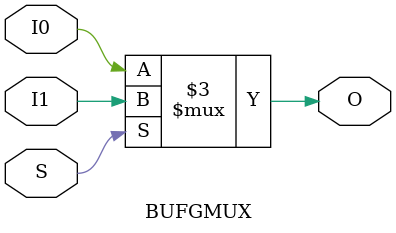
<source format=v>

/*

FUNCTION	: Global Clock Mux Buffer

*/

`timescale  100 ps / 10 ps

module BUFGMUX (O, I0, I1, S);

    output O;

    input  I0, I1, S;

    reg    O;
    
        always @(I0 or I1 or S) begin

            if (S)
                O <= I1;

            else
                O <= I0;

        end

endmodule

</source>
